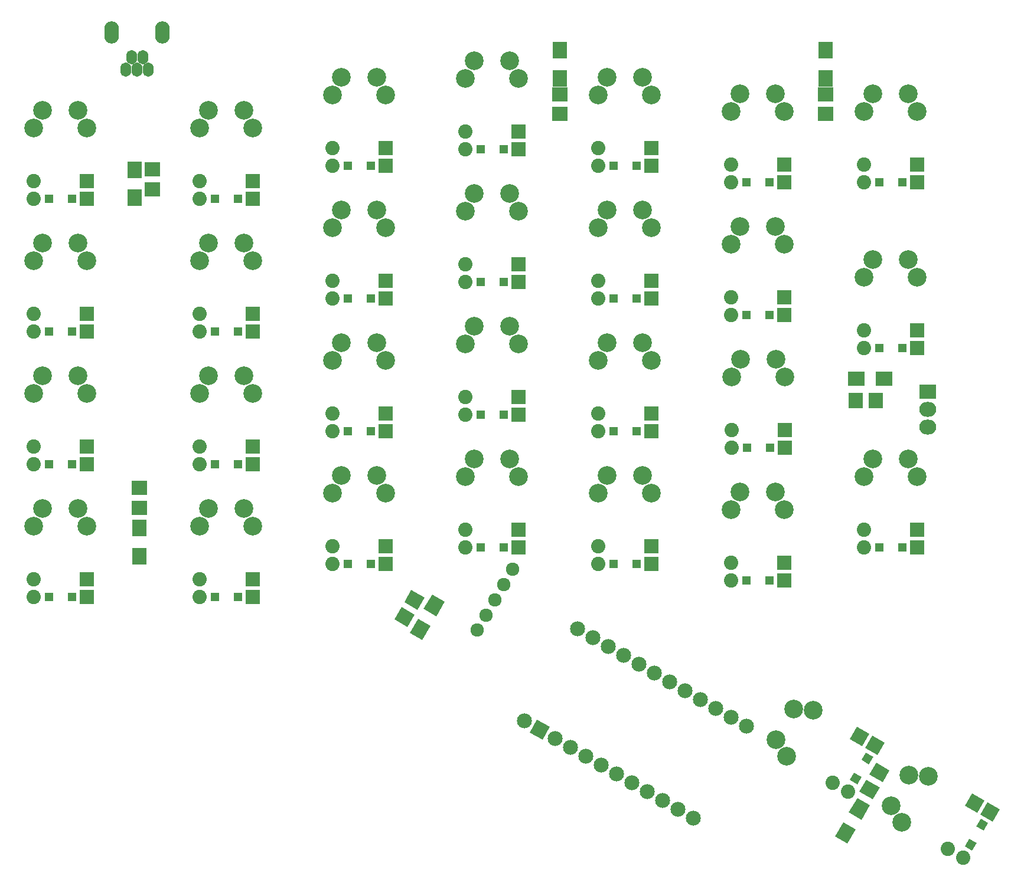
<source format=gbr>
G04 #@! TF.FileFunction,Soldermask,Bot*
%FSLAX46Y46*%
G04 Gerber Fmt 4.6, Leading zero omitted, Abs format (unit mm)*
G04 Created by KiCad (PCBNEW 4.0.2-4+6225~38~ubuntu14.04.1-stable) date ma 18 apr 2016 22:17:21 CEST*
%MOMM*%
G01*
G04 APERTURE LIST*
%ADD10C,0.100000*%
%ADD11R,1.997660X2.200860*%
%ADD12R,2.200860X1.997660*%
%ADD13R,2.432000X2.127200*%
%ADD14O,2.432000X2.127200*%
%ADD15C,2.152600*%
%ADD16C,2.686000*%
%ADD17C,2.051000*%
%ADD18R,2.051000X2.051000*%
%ADD19R,1.238200X1.238200*%
%ADD20R,2.400000X2.100000*%
%ADD21R,2.100000X2.400000*%
%ADD22O,1.543000X2.051000*%
%ADD23O,2.101800X3.194000*%
%ADD24C,1.924000*%
G04 APERTURE END LIST*
D10*
D11*
X123040140Y-52705000D03*
X125879860Y-52705000D03*
D12*
X118745000Y-8740140D03*
X118745000Y-11579860D03*
X80645000Y-8740140D03*
X80645000Y-11579860D03*
D10*
G36*
X125473655Y-109959862D02*
X123567655Y-108859432D01*
X124566485Y-107129408D01*
X126472485Y-108229838D01*
X125473655Y-109959862D01*
X125473655Y-109959862D01*
G37*
G36*
X126893515Y-107500592D02*
X124987515Y-106400162D01*
X125986345Y-104670138D01*
X127892345Y-105770568D01*
X126893515Y-107500592D01*
X126893515Y-107500592D01*
G37*
D12*
X22225000Y-19535140D03*
X22225000Y-22374860D03*
X20320000Y-68094860D03*
X20320000Y-65255140D03*
D10*
G36*
X59311345Y-79905138D02*
X61217345Y-81005568D01*
X60218515Y-82735592D01*
X58312515Y-81635162D01*
X59311345Y-79905138D01*
X59311345Y-79905138D01*
G37*
G36*
X57891485Y-82364408D02*
X59797485Y-83464838D01*
X58798655Y-85194862D01*
X56892655Y-84094432D01*
X57891485Y-82364408D01*
X57891485Y-82364408D01*
G37*
D13*
X133350000Y-51435000D03*
D14*
X133350000Y-53975000D03*
X133350000Y-56515000D03*
D15*
X85351330Y-86745886D03*
X87551034Y-88015886D03*
X89750739Y-89285886D03*
X91950443Y-90555886D03*
X94150148Y-91825886D03*
X96349852Y-93095886D03*
X98549557Y-94365886D03*
X100749261Y-95635886D03*
X102948966Y-96905886D03*
X105148670Y-98175886D03*
X107348375Y-99445886D03*
X99728375Y-112644114D03*
X97528670Y-111374114D03*
X95328966Y-110104114D03*
X93129261Y-108834114D03*
X90929557Y-107564114D03*
X88729852Y-106294114D03*
X86530148Y-105024114D03*
X84330443Y-103754114D03*
X82130739Y-102484114D03*
X79931034Y-101214114D03*
D10*
G36*
X76261077Y-100338067D02*
X77337377Y-98473861D01*
X79201583Y-99550161D01*
X78125283Y-101414367D01*
X76261077Y-100338067D01*
X76261077Y-100338067D01*
G37*
D15*
X75531625Y-98674114D03*
X83151625Y-85475886D03*
D16*
X11538000Y-11061000D03*
X5188000Y-13601000D03*
X12808000Y-13601000D03*
X6458000Y-11061000D03*
D17*
X5188000Y-21221000D03*
D18*
X12808000Y-21221000D03*
D17*
X5188000Y-23761000D03*
D18*
X12808000Y-23761000D03*
D19*
X7334300Y-23761000D03*
X10661700Y-23761000D03*
D16*
X35350000Y-11060000D03*
X29000000Y-13600000D03*
X36620000Y-13600000D03*
X30270000Y-11060000D03*
D17*
X29000000Y-21220000D03*
D18*
X36620000Y-21220000D03*
D17*
X29000000Y-23760000D03*
D18*
X36620000Y-23760000D03*
D19*
X31146300Y-23760000D03*
X34473700Y-23760000D03*
D16*
X54400000Y-6299000D03*
X48050000Y-8839000D03*
X55670000Y-8839000D03*
X49320000Y-6299000D03*
D17*
X48050000Y-16459000D03*
D18*
X55670000Y-16459000D03*
D17*
X48050000Y-18999000D03*
D18*
X55670000Y-18999000D03*
D19*
X50196300Y-18999000D03*
X53523700Y-18999000D03*
D16*
X73450000Y-3918000D03*
X67100000Y-6458000D03*
X74720000Y-6458000D03*
X68370000Y-3918000D03*
D17*
X67100000Y-14078000D03*
D18*
X74720000Y-14078000D03*
D17*
X67100000Y-16618000D03*
D18*
X74720000Y-16618000D03*
D19*
X69246300Y-16618000D03*
X72573700Y-16618000D03*
D16*
X92500000Y-6299000D03*
X86150000Y-8839000D03*
X93770000Y-8839000D03*
X87420000Y-6299000D03*
D17*
X86150000Y-16459000D03*
D18*
X93770000Y-16459000D03*
D17*
X86150000Y-18999000D03*
D18*
X93770000Y-18999000D03*
D19*
X88296300Y-18999000D03*
X91623700Y-18999000D03*
D16*
X111550000Y-8680000D03*
X105200000Y-11220000D03*
X112820000Y-11220000D03*
X106470000Y-8680000D03*
D17*
X105200000Y-18840000D03*
D18*
X112820000Y-18840000D03*
D17*
X105200000Y-21380000D03*
D18*
X112820000Y-21380000D03*
D19*
X107346300Y-21380000D03*
X110673700Y-21380000D03*
D16*
X130600000Y-8680000D03*
X124250000Y-11220000D03*
X131870000Y-11220000D03*
X125520000Y-8680000D03*
D17*
X124250000Y-18840000D03*
D18*
X131870000Y-18840000D03*
D17*
X124250000Y-21380000D03*
D18*
X131870000Y-21380000D03*
D19*
X126396300Y-21380000D03*
X129723700Y-21380000D03*
D16*
X11538000Y-30111000D03*
X5188000Y-32651000D03*
X12808000Y-32651000D03*
X6458000Y-30111000D03*
D17*
X5188000Y-40271000D03*
D18*
X12808000Y-40271000D03*
D17*
X5188000Y-42811000D03*
D18*
X12808000Y-42811000D03*
D19*
X7334300Y-42811000D03*
X10661700Y-42811000D03*
D16*
X35350000Y-30111000D03*
X29000000Y-32651000D03*
X36620000Y-32651000D03*
X30270000Y-30111000D03*
D17*
X29000000Y-40271000D03*
D18*
X36620000Y-40271000D03*
D17*
X29000000Y-42811000D03*
D18*
X36620000Y-42811000D03*
D19*
X31146300Y-42811000D03*
X34473700Y-42811000D03*
D16*
X54400000Y-25349000D03*
X48050000Y-27889000D03*
X55670000Y-27889000D03*
X49320000Y-25349000D03*
D17*
X48050000Y-35509000D03*
D18*
X55670000Y-35509000D03*
D17*
X48050000Y-38049000D03*
D18*
X55670000Y-38049000D03*
D19*
X50196300Y-38049000D03*
X53523700Y-38049000D03*
D16*
X73450000Y-22958000D03*
X67100000Y-25498000D03*
X74720000Y-25498000D03*
X68370000Y-22958000D03*
D17*
X67100000Y-33118000D03*
D18*
X74720000Y-33118000D03*
D17*
X67100000Y-35658000D03*
D18*
X74720000Y-35658000D03*
D19*
X69246300Y-35658000D03*
X72573700Y-35658000D03*
D16*
X92500000Y-25349000D03*
X86150000Y-27889000D03*
X93770000Y-27889000D03*
X87420000Y-25349000D03*
D17*
X86150000Y-35509000D03*
D18*
X93770000Y-35509000D03*
D17*
X86150000Y-38049000D03*
D18*
X93770000Y-38049000D03*
D19*
X88296300Y-38049000D03*
X91623700Y-38049000D03*
D16*
X111550000Y-27730000D03*
X105200000Y-30270000D03*
X112820000Y-30270000D03*
X106470000Y-27730000D03*
D17*
X105200000Y-37890000D03*
D18*
X112820000Y-37890000D03*
D17*
X105200000Y-40430000D03*
D18*
X112820000Y-40430000D03*
D19*
X107346300Y-40430000D03*
X110673700Y-40430000D03*
D16*
X11538000Y-49161000D03*
X5188000Y-51701000D03*
X12808000Y-51701000D03*
X6458000Y-49161000D03*
D17*
X5188000Y-59321000D03*
D18*
X12808000Y-59321000D03*
D17*
X5188000Y-61861000D03*
D18*
X12808000Y-61861000D03*
D19*
X7334300Y-61861000D03*
X10661700Y-61861000D03*
D16*
X35350000Y-49161000D03*
X29000000Y-51701000D03*
X36620000Y-51701000D03*
X30270000Y-49161000D03*
D17*
X29000000Y-59321000D03*
D18*
X36620000Y-59321000D03*
D17*
X29000000Y-61861000D03*
D18*
X36620000Y-61861000D03*
D19*
X31146300Y-61861000D03*
X34473700Y-61861000D03*
D16*
X54400000Y-44399000D03*
X48050000Y-46939000D03*
X55670000Y-46939000D03*
X49320000Y-44399000D03*
D17*
X48050000Y-54559000D03*
D18*
X55670000Y-54559000D03*
D17*
X48050000Y-57099000D03*
D18*
X55670000Y-57099000D03*
D19*
X50196300Y-57099000D03*
X53523700Y-57099000D03*
D16*
X73450000Y-42008000D03*
X67100000Y-44548000D03*
X74720000Y-44548000D03*
X68370000Y-42008000D03*
D17*
X67100000Y-52168000D03*
D18*
X74720000Y-52168000D03*
D17*
X67100000Y-54708000D03*
D18*
X74720000Y-54708000D03*
D19*
X69246300Y-54708000D03*
X72573700Y-54708000D03*
D16*
X92500000Y-44399000D03*
X86150000Y-46939000D03*
X93770000Y-46939000D03*
X87420000Y-44399000D03*
D17*
X86150000Y-54559000D03*
D18*
X93770000Y-54559000D03*
D17*
X86150000Y-57099000D03*
D18*
X93770000Y-57099000D03*
D19*
X88296300Y-57099000D03*
X91623700Y-57099000D03*
D16*
X111641000Y-46780000D03*
X105291000Y-49320000D03*
X112911000Y-49320000D03*
X106561000Y-46780000D03*
D17*
X105291000Y-56940000D03*
D18*
X112911000Y-56940000D03*
D17*
X105291000Y-59480000D03*
D18*
X112911000Y-59480000D03*
D19*
X107437300Y-59480000D03*
X110764700Y-59480000D03*
D16*
X130600000Y-32493000D03*
X124250000Y-35033000D03*
X131870000Y-35033000D03*
X125520000Y-32493000D03*
D17*
X124250000Y-42653000D03*
D18*
X131870000Y-42653000D03*
D17*
X124250000Y-45193000D03*
D18*
X131870000Y-45193000D03*
D19*
X126396300Y-45193000D03*
X129723700Y-45193000D03*
D16*
X11538000Y-68211000D03*
X5188000Y-70751000D03*
X12808000Y-70751000D03*
X6458000Y-68211000D03*
D17*
X5188000Y-78371000D03*
D18*
X12808000Y-78371000D03*
D17*
X5188000Y-80911000D03*
D18*
X12808000Y-80911000D03*
D19*
X7334300Y-80911000D03*
X10661700Y-80911000D03*
D16*
X35350000Y-68211000D03*
X29000000Y-70751000D03*
X36620000Y-70751000D03*
X30270000Y-68211000D03*
D17*
X29000000Y-78371000D03*
D18*
X36620000Y-78371000D03*
D17*
X29000000Y-80911000D03*
D18*
X36620000Y-80911000D03*
D19*
X31146300Y-80911000D03*
X34473700Y-80911000D03*
D16*
X54400000Y-63449000D03*
X48050000Y-65989000D03*
X55670000Y-65989000D03*
X49320000Y-63449000D03*
D17*
X48050000Y-73609000D03*
D18*
X55670000Y-73609000D03*
D17*
X48050000Y-76149000D03*
D18*
X55670000Y-76149000D03*
D19*
X50196300Y-76149000D03*
X53523700Y-76149000D03*
D16*
X73450000Y-61058000D03*
X67100000Y-63598000D03*
X74720000Y-63598000D03*
X68370000Y-61058000D03*
D17*
X67100000Y-71218000D03*
D18*
X74720000Y-71218000D03*
D17*
X67100000Y-73758000D03*
D18*
X74720000Y-73758000D03*
D19*
X69246300Y-73758000D03*
X72573700Y-73758000D03*
D16*
X92500000Y-63449000D03*
X86150000Y-65989000D03*
X93770000Y-65989000D03*
X87420000Y-63449000D03*
D17*
X86150000Y-73609000D03*
D18*
X93770000Y-73609000D03*
D17*
X86150000Y-76149000D03*
D18*
X93770000Y-76149000D03*
D19*
X88296300Y-76149000D03*
X91623700Y-76149000D03*
D16*
X111550000Y-65830000D03*
X105200000Y-68370000D03*
X112820000Y-68370000D03*
X106470000Y-65830000D03*
D17*
X105200000Y-75990000D03*
D18*
X112820000Y-75990000D03*
D17*
X105200000Y-78530000D03*
D18*
X112820000Y-78530000D03*
D19*
X107346300Y-78530000D03*
X110673700Y-78530000D03*
D16*
X130600000Y-61068000D03*
X124250000Y-63608000D03*
X131870000Y-63608000D03*
X125520000Y-61068000D03*
D17*
X124250000Y-71228000D03*
D18*
X131870000Y-71228000D03*
D17*
X124250000Y-73768000D03*
D18*
X131870000Y-73768000D03*
D19*
X126396300Y-73768000D03*
X129723700Y-73768000D03*
D16*
X114129591Y-96955295D03*
X113154295Y-103724557D03*
X116964295Y-97125443D03*
X111589591Y-101354705D03*
D17*
X119753409Y-107534557D03*
D10*
G36*
X123938768Y-102336302D02*
X122162550Y-101310802D01*
X123188050Y-99534584D01*
X124964268Y-100560084D01*
X123938768Y-102336302D01*
X123938768Y-102336302D01*
G37*
D17*
X121953114Y-108804557D03*
D10*
G36*
X126138473Y-103606302D02*
X124362255Y-102580802D01*
X125387755Y-100804584D01*
X127163973Y-101830084D01*
X126138473Y-103606302D01*
X126138473Y-103606302D01*
G37*
G36*
X123252870Y-107791512D02*
X122180558Y-107172412D01*
X122799658Y-106100100D01*
X123871970Y-106719200D01*
X123252870Y-107791512D01*
X123252870Y-107791512D01*
G37*
G36*
X124916570Y-104909900D02*
X123844258Y-104290800D01*
X124463358Y-103218488D01*
X125535670Y-103837588D01*
X124916570Y-104909900D01*
X124916570Y-104909900D01*
G37*
D16*
X130627591Y-106480295D03*
X129652295Y-113249557D03*
X133462295Y-106650443D03*
X128087591Y-110879705D03*
D17*
X136251409Y-117059557D03*
D10*
G36*
X140436768Y-111861302D02*
X138660550Y-110835802D01*
X139686050Y-109059584D01*
X141462268Y-110085084D01*
X140436768Y-111861302D01*
X140436768Y-111861302D01*
G37*
D17*
X138451114Y-118329557D03*
D10*
G36*
X142636473Y-113131302D02*
X140860255Y-112105802D01*
X141885755Y-110329584D01*
X143661973Y-111355084D01*
X142636473Y-113131302D01*
X142636473Y-113131302D01*
G37*
G36*
X139750870Y-117316512D02*
X138678558Y-116697412D01*
X139297658Y-115625100D01*
X140369970Y-116244200D01*
X139750870Y-117316512D01*
X139750870Y-117316512D01*
G37*
G36*
X141414570Y-114434900D02*
X140342258Y-113815800D01*
X140961358Y-112743488D01*
X142033670Y-113362588D01*
X141414570Y-114434900D01*
X141414570Y-114434900D01*
G37*
D20*
X127095000Y-49530000D03*
X123095000Y-49530000D03*
D21*
X118745000Y-2445000D03*
X118745000Y-6445000D03*
X80645000Y-2445000D03*
X80645000Y-6445000D03*
D10*
G36*
X121864327Y-116326281D02*
X120045673Y-115276281D01*
X121245673Y-113197821D01*
X123064327Y-114247821D01*
X121864327Y-116326281D01*
X121864327Y-116326281D01*
G37*
G36*
X123864327Y-112862179D02*
X122045673Y-111812179D01*
X123245673Y-109733719D01*
X125064327Y-110783719D01*
X123864327Y-112862179D01*
X123864327Y-112862179D01*
G37*
D21*
X19685000Y-23590000D03*
X19685000Y-19590000D03*
X20320000Y-75025000D03*
X20320000Y-71025000D03*
D10*
G36*
X60904327Y-87116281D02*
X59085673Y-86066281D01*
X60285673Y-83987821D01*
X62104327Y-85037821D01*
X60904327Y-87116281D01*
X60904327Y-87116281D01*
G37*
G36*
X62904327Y-83652179D02*
X61085673Y-82602179D01*
X62285673Y-80523719D01*
X64104327Y-81573719D01*
X62904327Y-83652179D01*
X62904327Y-83652179D01*
G37*
D22*
X21600200Y-5168900D03*
X20800100Y-3421380D03*
X20000000Y-5168900D03*
X19199900Y-3421380D03*
X18399800Y-5168900D03*
D23*
X16352560Y154940D03*
X23647440Y154940D03*
D24*
X73830148Y-76880591D03*
X72560148Y-79080295D03*
X71290148Y-81280000D03*
X70020148Y-83479705D03*
X68750148Y-85679409D03*
M02*

</source>
